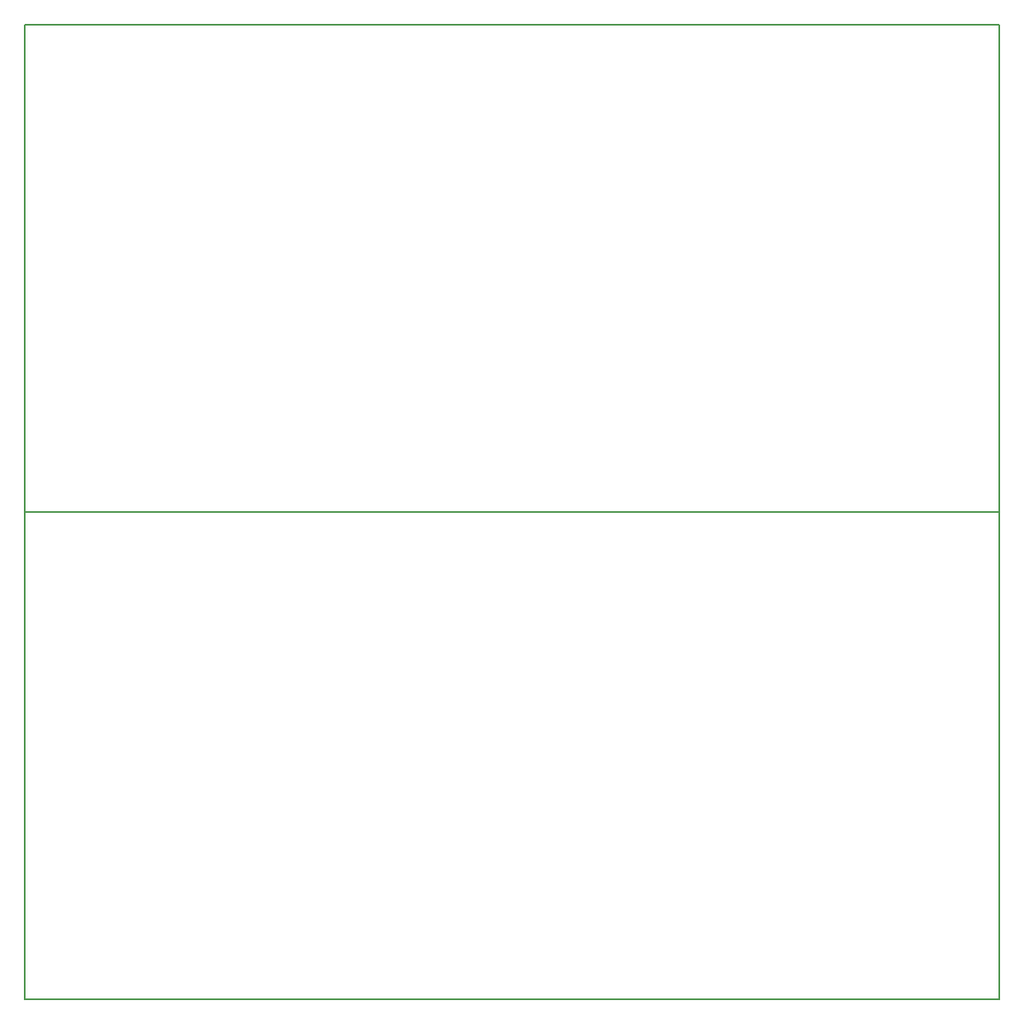
<source format=gm1>
G04 #@! TF.FileFunction,Profile,NP*
%FSLAX46Y46*%
G04 Gerber Fmt 4.6, Leading zero omitted, Abs format (unit mm)*
G04 Created by KiCad (PCBNEW 4.0.6) date 01/22/18 09:57:44*
%MOMM*%
%LPD*%
G01*
G04 APERTURE LIST*
%ADD10C,0.100000*%
%ADD11C,0.150000*%
G04 APERTURE END LIST*
D10*
D11*
X57420000Y-97050000D02*
X157420000Y-97050000D01*
X57420000Y-47050000D02*
X57420000Y-147050000D01*
X157420000Y-47050000D02*
X57420000Y-47050000D01*
X157420000Y-147050000D02*
X157420000Y-47050000D01*
X57420000Y-147050000D02*
X157420000Y-147050000D01*
M02*

</source>
